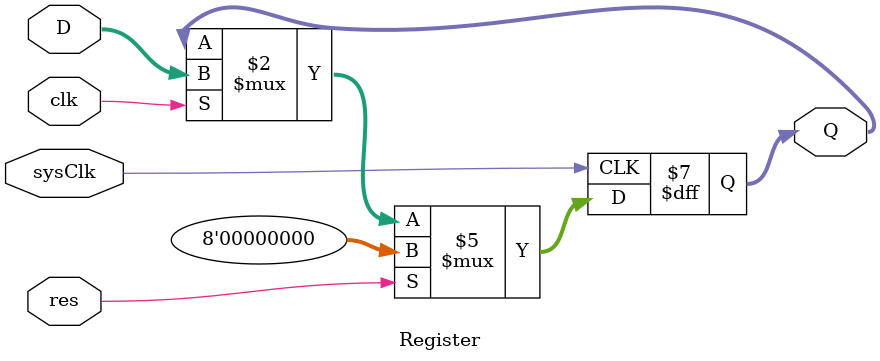
<source format=sv>
`timescale 1ns / 1ps
/* GOAL: Create a design that takes a byte of input and pushes it to output when clocked.
 *
 * sysClk is the clock created from the Blackboard FPGA, and clk is a slow clock from a clock
 *      divider module
 * D is the input to push to Q
 *
 * Created by: MorphoCH22
 * Board used: RealDigital Blackboard (Xilinx XC7007S ZYNQ)
 */
 
module Register(
        input [7:0] D,
        input sysClk, clk, res,
        output reg [7:0] Q
    );
     
always @(posedge(sysClk)) begin
    if (res)
        Q <= 0;
    else
    if (clk) begin
        Q <= D;
    end
end
endmodule
</source>
